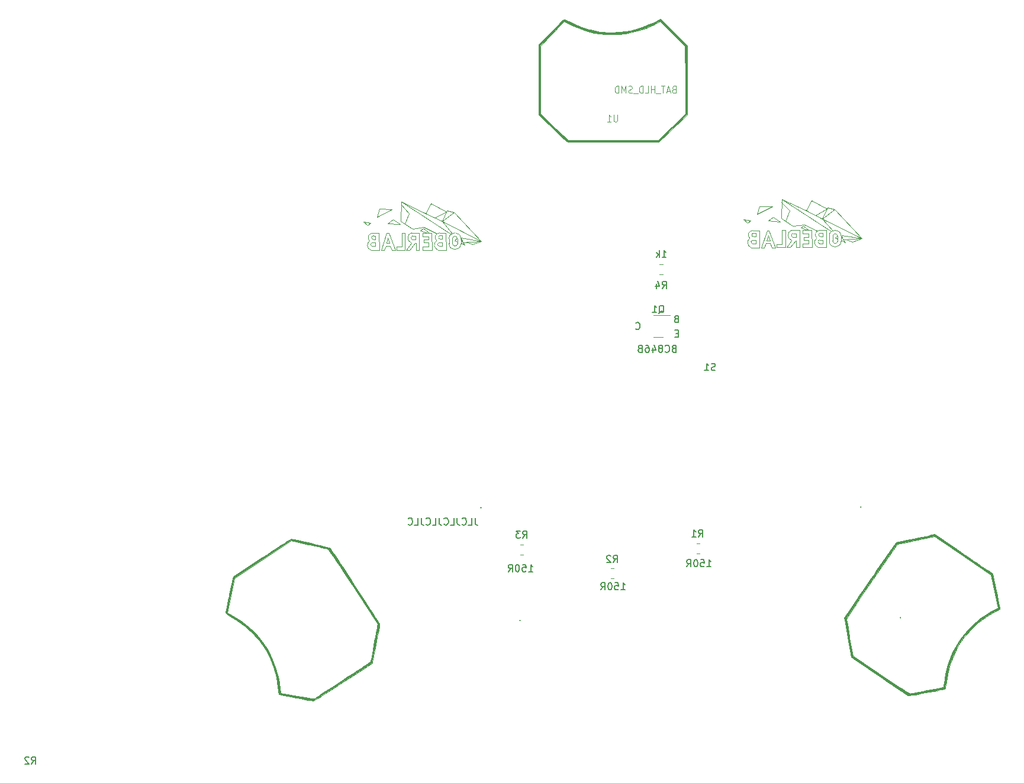
<source format=gbr>
%TF.GenerationSoftware,KiCad,Pcbnew,7.0.8*%
%TF.CreationDate,2024-08-08T21:58:03+02:00*%
%TF.ProjectId,Fidget_Spinner,46696467-6574-45f5-9370-696e6e65722e,rev?*%
%TF.SameCoordinates,Original*%
%TF.FileFunction,Legend,Bot*%
%TF.FilePolarity,Positive*%
%FSLAX46Y46*%
G04 Gerber Fmt 4.6, Leading zero omitted, Abs format (unit mm)*
G04 Created by KiCad (PCBNEW 7.0.8) date 2024-08-08 21:58:03*
%MOMM*%
%LPD*%
G01*
G04 APERTURE LIST*
%ADD10C,0.150000*%
%ADD11C,0.050000*%
%ADD12C,0.010000*%
%ADD13C,0.120000*%
G04 APERTURE END LIST*
D10*
X44857506Y-113979819D02*
X44857506Y-114694104D01*
X44857506Y-114694104D02*
X44905125Y-114836961D01*
X44905125Y-114836961D02*
X45000363Y-114932200D01*
X45000363Y-114932200D02*
X45143220Y-114979819D01*
X45143220Y-114979819D02*
X45238458Y-114979819D01*
X43905125Y-114979819D02*
X44381315Y-114979819D01*
X44381315Y-114979819D02*
X44381315Y-113979819D01*
X43000363Y-114884580D02*
X43047982Y-114932200D01*
X43047982Y-114932200D02*
X43190839Y-114979819D01*
X43190839Y-114979819D02*
X43286077Y-114979819D01*
X43286077Y-114979819D02*
X43428934Y-114932200D01*
X43428934Y-114932200D02*
X43524172Y-114836961D01*
X43524172Y-114836961D02*
X43571791Y-114741723D01*
X43571791Y-114741723D02*
X43619410Y-114551247D01*
X43619410Y-114551247D02*
X43619410Y-114408390D01*
X43619410Y-114408390D02*
X43571791Y-114217914D01*
X43571791Y-114217914D02*
X43524172Y-114122676D01*
X43524172Y-114122676D02*
X43428934Y-114027438D01*
X43428934Y-114027438D02*
X43286077Y-113979819D01*
X43286077Y-113979819D02*
X43190839Y-113979819D01*
X43190839Y-113979819D02*
X43047982Y-114027438D01*
X43047982Y-114027438D02*
X43000363Y-114075057D01*
X42286077Y-113979819D02*
X42286077Y-114694104D01*
X42286077Y-114694104D02*
X42333696Y-114836961D01*
X42333696Y-114836961D02*
X42428934Y-114932200D01*
X42428934Y-114932200D02*
X42571791Y-114979819D01*
X42571791Y-114979819D02*
X42667029Y-114979819D01*
X41333696Y-114979819D02*
X41809886Y-114979819D01*
X41809886Y-114979819D02*
X41809886Y-113979819D01*
X40428934Y-114884580D02*
X40476553Y-114932200D01*
X40476553Y-114932200D02*
X40619410Y-114979819D01*
X40619410Y-114979819D02*
X40714648Y-114979819D01*
X40714648Y-114979819D02*
X40857505Y-114932200D01*
X40857505Y-114932200D02*
X40952743Y-114836961D01*
X40952743Y-114836961D02*
X41000362Y-114741723D01*
X41000362Y-114741723D02*
X41047981Y-114551247D01*
X41047981Y-114551247D02*
X41047981Y-114408390D01*
X41047981Y-114408390D02*
X41000362Y-114217914D01*
X41000362Y-114217914D02*
X40952743Y-114122676D01*
X40952743Y-114122676D02*
X40857505Y-114027438D01*
X40857505Y-114027438D02*
X40714648Y-113979819D01*
X40714648Y-113979819D02*
X40619410Y-113979819D01*
X40619410Y-113979819D02*
X40476553Y-114027438D01*
X40476553Y-114027438D02*
X40428934Y-114075057D01*
X39714648Y-113979819D02*
X39714648Y-114694104D01*
X39714648Y-114694104D02*
X39762267Y-114836961D01*
X39762267Y-114836961D02*
X39857505Y-114932200D01*
X39857505Y-114932200D02*
X40000362Y-114979819D01*
X40000362Y-114979819D02*
X40095600Y-114979819D01*
X38762267Y-114979819D02*
X39238457Y-114979819D01*
X39238457Y-114979819D02*
X39238457Y-113979819D01*
X37857505Y-114884580D02*
X37905124Y-114932200D01*
X37905124Y-114932200D02*
X38047981Y-114979819D01*
X38047981Y-114979819D02*
X38143219Y-114979819D01*
X38143219Y-114979819D02*
X38286076Y-114932200D01*
X38286076Y-114932200D02*
X38381314Y-114836961D01*
X38381314Y-114836961D02*
X38428933Y-114741723D01*
X38428933Y-114741723D02*
X38476552Y-114551247D01*
X38476552Y-114551247D02*
X38476552Y-114408390D01*
X38476552Y-114408390D02*
X38428933Y-114217914D01*
X38428933Y-114217914D02*
X38381314Y-114122676D01*
X38381314Y-114122676D02*
X38286076Y-114027438D01*
X38286076Y-114027438D02*
X38143219Y-113979819D01*
X38143219Y-113979819D02*
X38047981Y-113979819D01*
X38047981Y-113979819D02*
X37905124Y-114027438D01*
X37905124Y-114027438D02*
X37857505Y-114075057D01*
X37143219Y-113979819D02*
X37143219Y-114694104D01*
X37143219Y-114694104D02*
X37190838Y-114836961D01*
X37190838Y-114836961D02*
X37286076Y-114932200D01*
X37286076Y-114932200D02*
X37428933Y-114979819D01*
X37428933Y-114979819D02*
X37524171Y-114979819D01*
X36190838Y-114979819D02*
X36667028Y-114979819D01*
X36667028Y-114979819D02*
X36667028Y-113979819D01*
X35286076Y-114884580D02*
X35333695Y-114932200D01*
X35333695Y-114932200D02*
X35476552Y-114979819D01*
X35476552Y-114979819D02*
X35571790Y-114979819D01*
X35571790Y-114979819D02*
X35714647Y-114932200D01*
X35714647Y-114932200D02*
X35809885Y-114836961D01*
X35809885Y-114836961D02*
X35857504Y-114741723D01*
X35857504Y-114741723D02*
X35905123Y-114551247D01*
X35905123Y-114551247D02*
X35905123Y-114408390D01*
X35905123Y-114408390D02*
X35857504Y-114217914D01*
X35857504Y-114217914D02*
X35809885Y-114122676D01*
X35809885Y-114122676D02*
X35714647Y-114027438D01*
X35714647Y-114027438D02*
X35571790Y-113979819D01*
X35571790Y-113979819D02*
X35476552Y-113979819D01*
X35476552Y-113979819D02*
X35333695Y-114027438D01*
X35333695Y-114027438D02*
X35286076Y-114075057D01*
X73628571Y-85481009D02*
X73485714Y-85528628D01*
X73485714Y-85528628D02*
X73438095Y-85576247D01*
X73438095Y-85576247D02*
X73390476Y-85671485D01*
X73390476Y-85671485D02*
X73390476Y-85814342D01*
X73390476Y-85814342D02*
X73438095Y-85909580D01*
X73438095Y-85909580D02*
X73485714Y-85957200D01*
X73485714Y-85957200D02*
X73580952Y-86004819D01*
X73580952Y-86004819D02*
X73961904Y-86004819D01*
X73961904Y-86004819D02*
X73961904Y-85004819D01*
X73961904Y-85004819D02*
X73628571Y-85004819D01*
X73628571Y-85004819D02*
X73533333Y-85052438D01*
X73533333Y-85052438D02*
X73485714Y-85100057D01*
X73485714Y-85100057D02*
X73438095Y-85195295D01*
X73438095Y-85195295D02*
X73438095Y-85290533D01*
X73438095Y-85290533D02*
X73485714Y-85385771D01*
X73485714Y-85385771D02*
X73533333Y-85433390D01*
X73533333Y-85433390D02*
X73628571Y-85481009D01*
X73628571Y-85481009D02*
X73961904Y-85481009D01*
X65756666Y-124264819D02*
X66328094Y-124264819D01*
X66042380Y-124264819D02*
X66042380Y-123264819D01*
X66042380Y-123264819D02*
X66137618Y-123407676D01*
X66137618Y-123407676D02*
X66232856Y-123502914D01*
X66232856Y-123502914D02*
X66328094Y-123550533D01*
X64851904Y-123264819D02*
X65328094Y-123264819D01*
X65328094Y-123264819D02*
X65375713Y-123741009D01*
X65375713Y-123741009D02*
X65328094Y-123693390D01*
X65328094Y-123693390D02*
X65232856Y-123645771D01*
X65232856Y-123645771D02*
X64994761Y-123645771D01*
X64994761Y-123645771D02*
X64899523Y-123693390D01*
X64899523Y-123693390D02*
X64851904Y-123741009D01*
X64851904Y-123741009D02*
X64804285Y-123836247D01*
X64804285Y-123836247D02*
X64804285Y-124074342D01*
X64804285Y-124074342D02*
X64851904Y-124169580D01*
X64851904Y-124169580D02*
X64899523Y-124217200D01*
X64899523Y-124217200D02*
X64994761Y-124264819D01*
X64994761Y-124264819D02*
X65232856Y-124264819D01*
X65232856Y-124264819D02*
X65328094Y-124217200D01*
X65328094Y-124217200D02*
X65375713Y-124169580D01*
X64185237Y-123264819D02*
X64089999Y-123264819D01*
X64089999Y-123264819D02*
X63994761Y-123312438D01*
X63994761Y-123312438D02*
X63947142Y-123360057D01*
X63947142Y-123360057D02*
X63899523Y-123455295D01*
X63899523Y-123455295D02*
X63851904Y-123645771D01*
X63851904Y-123645771D02*
X63851904Y-123883866D01*
X63851904Y-123883866D02*
X63899523Y-124074342D01*
X63899523Y-124074342D02*
X63947142Y-124169580D01*
X63947142Y-124169580D02*
X63994761Y-124217200D01*
X63994761Y-124217200D02*
X64089999Y-124264819D01*
X64089999Y-124264819D02*
X64185237Y-124264819D01*
X64185237Y-124264819D02*
X64280475Y-124217200D01*
X64280475Y-124217200D02*
X64328094Y-124169580D01*
X64328094Y-124169580D02*
X64375713Y-124074342D01*
X64375713Y-124074342D02*
X64423332Y-123883866D01*
X64423332Y-123883866D02*
X64423332Y-123645771D01*
X64423332Y-123645771D02*
X64375713Y-123455295D01*
X64375713Y-123455295D02*
X64328094Y-123360057D01*
X64328094Y-123360057D02*
X64280475Y-123312438D01*
X64280475Y-123312438D02*
X64185237Y-123264819D01*
X62851904Y-124264819D02*
X63185237Y-123788628D01*
X63423332Y-124264819D02*
X63423332Y-123264819D01*
X63423332Y-123264819D02*
X63042380Y-123264819D01*
X63042380Y-123264819D02*
X62947142Y-123312438D01*
X62947142Y-123312438D02*
X62899523Y-123360057D01*
X62899523Y-123360057D02*
X62851904Y-123455295D01*
X62851904Y-123455295D02*
X62851904Y-123598152D01*
X62851904Y-123598152D02*
X62899523Y-123693390D01*
X62899523Y-123693390D02*
X62947142Y-123741009D01*
X62947142Y-123741009D02*
X63042380Y-123788628D01*
X63042380Y-123788628D02*
X63423332Y-123788628D01*
X71609047Y-76664819D02*
X72180475Y-76664819D01*
X71894761Y-76664819D02*
X71894761Y-75664819D01*
X71894761Y-75664819D02*
X71989999Y-75807676D01*
X71989999Y-75807676D02*
X72085237Y-75902914D01*
X72085237Y-75902914D02*
X72180475Y-75950533D01*
X71180475Y-76664819D02*
X71180475Y-75664819D01*
X71085237Y-76283866D02*
X70799523Y-76664819D01*
X70799523Y-75998152D02*
X71180475Y-76379104D01*
X67850476Y-86909580D02*
X67898095Y-86957200D01*
X67898095Y-86957200D02*
X68040952Y-87004819D01*
X68040952Y-87004819D02*
X68136190Y-87004819D01*
X68136190Y-87004819D02*
X68279047Y-86957200D01*
X68279047Y-86957200D02*
X68374285Y-86861961D01*
X68374285Y-86861961D02*
X68421904Y-86766723D01*
X68421904Y-86766723D02*
X68469523Y-86576247D01*
X68469523Y-86576247D02*
X68469523Y-86433390D01*
X68469523Y-86433390D02*
X68421904Y-86242914D01*
X68421904Y-86242914D02*
X68374285Y-86147676D01*
X68374285Y-86147676D02*
X68279047Y-86052438D01*
X68279047Y-86052438D02*
X68136190Y-86004819D01*
X68136190Y-86004819D02*
X68040952Y-86004819D01*
X68040952Y-86004819D02*
X67898095Y-86052438D01*
X67898095Y-86052438D02*
X67850476Y-86100057D01*
X64626666Y-120354819D02*
X64959999Y-119878628D01*
X65198094Y-120354819D02*
X65198094Y-119354819D01*
X65198094Y-119354819D02*
X64817142Y-119354819D01*
X64817142Y-119354819D02*
X64721904Y-119402438D01*
X64721904Y-119402438D02*
X64674285Y-119450057D01*
X64674285Y-119450057D02*
X64626666Y-119545295D01*
X64626666Y-119545295D02*
X64626666Y-119688152D01*
X64626666Y-119688152D02*
X64674285Y-119783390D01*
X64674285Y-119783390D02*
X64721904Y-119831009D01*
X64721904Y-119831009D02*
X64817142Y-119878628D01*
X64817142Y-119878628D02*
X65198094Y-119878628D01*
X64245713Y-119450057D02*
X64198094Y-119402438D01*
X64198094Y-119402438D02*
X64102856Y-119354819D01*
X64102856Y-119354819D02*
X63864761Y-119354819D01*
X63864761Y-119354819D02*
X63769523Y-119402438D01*
X63769523Y-119402438D02*
X63721904Y-119450057D01*
X63721904Y-119450057D02*
X63674285Y-119545295D01*
X63674285Y-119545295D02*
X63674285Y-119640533D01*
X63674285Y-119640533D02*
X63721904Y-119783390D01*
X63721904Y-119783390D02*
X64293332Y-120354819D01*
X64293332Y-120354819D02*
X63674285Y-120354819D01*
X73904285Y-87571009D02*
X73570952Y-87571009D01*
X73428095Y-88094819D02*
X73904285Y-88094819D01*
X73904285Y-88094819D02*
X73904285Y-87094819D01*
X73904285Y-87094819D02*
X73428095Y-87094819D01*
X78036666Y-120964819D02*
X78608094Y-120964819D01*
X78322380Y-120964819D02*
X78322380Y-119964819D01*
X78322380Y-119964819D02*
X78417618Y-120107676D01*
X78417618Y-120107676D02*
X78512856Y-120202914D01*
X78512856Y-120202914D02*
X78608094Y-120250533D01*
X77131904Y-119964819D02*
X77608094Y-119964819D01*
X77608094Y-119964819D02*
X77655713Y-120441009D01*
X77655713Y-120441009D02*
X77608094Y-120393390D01*
X77608094Y-120393390D02*
X77512856Y-120345771D01*
X77512856Y-120345771D02*
X77274761Y-120345771D01*
X77274761Y-120345771D02*
X77179523Y-120393390D01*
X77179523Y-120393390D02*
X77131904Y-120441009D01*
X77131904Y-120441009D02*
X77084285Y-120536247D01*
X77084285Y-120536247D02*
X77084285Y-120774342D01*
X77084285Y-120774342D02*
X77131904Y-120869580D01*
X77131904Y-120869580D02*
X77179523Y-120917200D01*
X77179523Y-120917200D02*
X77274761Y-120964819D01*
X77274761Y-120964819D02*
X77512856Y-120964819D01*
X77512856Y-120964819D02*
X77608094Y-120917200D01*
X77608094Y-120917200D02*
X77655713Y-120869580D01*
X76465237Y-119964819D02*
X76369999Y-119964819D01*
X76369999Y-119964819D02*
X76274761Y-120012438D01*
X76274761Y-120012438D02*
X76227142Y-120060057D01*
X76227142Y-120060057D02*
X76179523Y-120155295D01*
X76179523Y-120155295D02*
X76131904Y-120345771D01*
X76131904Y-120345771D02*
X76131904Y-120583866D01*
X76131904Y-120583866D02*
X76179523Y-120774342D01*
X76179523Y-120774342D02*
X76227142Y-120869580D01*
X76227142Y-120869580D02*
X76274761Y-120917200D01*
X76274761Y-120917200D02*
X76369999Y-120964819D01*
X76369999Y-120964819D02*
X76465237Y-120964819D01*
X76465237Y-120964819D02*
X76560475Y-120917200D01*
X76560475Y-120917200D02*
X76608094Y-120869580D01*
X76608094Y-120869580D02*
X76655713Y-120774342D01*
X76655713Y-120774342D02*
X76703332Y-120583866D01*
X76703332Y-120583866D02*
X76703332Y-120345771D01*
X76703332Y-120345771D02*
X76655713Y-120155295D01*
X76655713Y-120155295D02*
X76608094Y-120060057D01*
X76608094Y-120060057D02*
X76560475Y-120012438D01*
X76560475Y-120012438D02*
X76465237Y-119964819D01*
X75131904Y-120964819D02*
X75465237Y-120488628D01*
X75703332Y-120964819D02*
X75703332Y-119964819D01*
X75703332Y-119964819D02*
X75322380Y-119964819D01*
X75322380Y-119964819D02*
X75227142Y-120012438D01*
X75227142Y-120012438D02*
X75179523Y-120060057D01*
X75179523Y-120060057D02*
X75131904Y-120155295D01*
X75131904Y-120155295D02*
X75131904Y-120298152D01*
X75131904Y-120298152D02*
X75179523Y-120393390D01*
X75179523Y-120393390D02*
X75227142Y-120441009D01*
X75227142Y-120441009D02*
X75322380Y-120488628D01*
X75322380Y-120488628D02*
X75703332Y-120488628D01*
X52526666Y-121664819D02*
X53098094Y-121664819D01*
X52812380Y-121664819D02*
X52812380Y-120664819D01*
X52812380Y-120664819D02*
X52907618Y-120807676D01*
X52907618Y-120807676D02*
X53002856Y-120902914D01*
X53002856Y-120902914D02*
X53098094Y-120950533D01*
X51621904Y-120664819D02*
X52098094Y-120664819D01*
X52098094Y-120664819D02*
X52145713Y-121141009D01*
X52145713Y-121141009D02*
X52098094Y-121093390D01*
X52098094Y-121093390D02*
X52002856Y-121045771D01*
X52002856Y-121045771D02*
X51764761Y-121045771D01*
X51764761Y-121045771D02*
X51669523Y-121093390D01*
X51669523Y-121093390D02*
X51621904Y-121141009D01*
X51621904Y-121141009D02*
X51574285Y-121236247D01*
X51574285Y-121236247D02*
X51574285Y-121474342D01*
X51574285Y-121474342D02*
X51621904Y-121569580D01*
X51621904Y-121569580D02*
X51669523Y-121617200D01*
X51669523Y-121617200D02*
X51764761Y-121664819D01*
X51764761Y-121664819D02*
X52002856Y-121664819D01*
X52002856Y-121664819D02*
X52098094Y-121617200D01*
X52098094Y-121617200D02*
X52145713Y-121569580D01*
X50955237Y-120664819D02*
X50859999Y-120664819D01*
X50859999Y-120664819D02*
X50764761Y-120712438D01*
X50764761Y-120712438D02*
X50717142Y-120760057D01*
X50717142Y-120760057D02*
X50669523Y-120855295D01*
X50669523Y-120855295D02*
X50621904Y-121045771D01*
X50621904Y-121045771D02*
X50621904Y-121283866D01*
X50621904Y-121283866D02*
X50669523Y-121474342D01*
X50669523Y-121474342D02*
X50717142Y-121569580D01*
X50717142Y-121569580D02*
X50764761Y-121617200D01*
X50764761Y-121617200D02*
X50859999Y-121664819D01*
X50859999Y-121664819D02*
X50955237Y-121664819D01*
X50955237Y-121664819D02*
X51050475Y-121617200D01*
X51050475Y-121617200D02*
X51098094Y-121569580D01*
X51098094Y-121569580D02*
X51145713Y-121474342D01*
X51145713Y-121474342D02*
X51193332Y-121283866D01*
X51193332Y-121283866D02*
X51193332Y-121045771D01*
X51193332Y-121045771D02*
X51145713Y-120855295D01*
X51145713Y-120855295D02*
X51098094Y-120760057D01*
X51098094Y-120760057D02*
X51050475Y-120712438D01*
X51050475Y-120712438D02*
X50955237Y-120664819D01*
X49621904Y-121664819D02*
X49955237Y-121188628D01*
X50193332Y-121664819D02*
X50193332Y-120664819D01*
X50193332Y-120664819D02*
X49812380Y-120664819D01*
X49812380Y-120664819D02*
X49717142Y-120712438D01*
X49717142Y-120712438D02*
X49669523Y-120760057D01*
X49669523Y-120760057D02*
X49621904Y-120855295D01*
X49621904Y-120855295D02*
X49621904Y-120998152D01*
X49621904Y-120998152D02*
X49669523Y-121093390D01*
X49669523Y-121093390D02*
X49717142Y-121141009D01*
X49717142Y-121141009D02*
X49812380Y-121188628D01*
X49812380Y-121188628D02*
X50193332Y-121188628D01*
X73297142Y-89731009D02*
X73154285Y-89778628D01*
X73154285Y-89778628D02*
X73106666Y-89826247D01*
X73106666Y-89826247D02*
X73059047Y-89921485D01*
X73059047Y-89921485D02*
X73059047Y-90064342D01*
X73059047Y-90064342D02*
X73106666Y-90159580D01*
X73106666Y-90159580D02*
X73154285Y-90207200D01*
X73154285Y-90207200D02*
X73249523Y-90254819D01*
X73249523Y-90254819D02*
X73630475Y-90254819D01*
X73630475Y-90254819D02*
X73630475Y-89254819D01*
X73630475Y-89254819D02*
X73297142Y-89254819D01*
X73297142Y-89254819D02*
X73201904Y-89302438D01*
X73201904Y-89302438D02*
X73154285Y-89350057D01*
X73154285Y-89350057D02*
X73106666Y-89445295D01*
X73106666Y-89445295D02*
X73106666Y-89540533D01*
X73106666Y-89540533D02*
X73154285Y-89635771D01*
X73154285Y-89635771D02*
X73201904Y-89683390D01*
X73201904Y-89683390D02*
X73297142Y-89731009D01*
X73297142Y-89731009D02*
X73630475Y-89731009D01*
X72059047Y-90159580D02*
X72106666Y-90207200D01*
X72106666Y-90207200D02*
X72249523Y-90254819D01*
X72249523Y-90254819D02*
X72344761Y-90254819D01*
X72344761Y-90254819D02*
X72487618Y-90207200D01*
X72487618Y-90207200D02*
X72582856Y-90111961D01*
X72582856Y-90111961D02*
X72630475Y-90016723D01*
X72630475Y-90016723D02*
X72678094Y-89826247D01*
X72678094Y-89826247D02*
X72678094Y-89683390D01*
X72678094Y-89683390D02*
X72630475Y-89492914D01*
X72630475Y-89492914D02*
X72582856Y-89397676D01*
X72582856Y-89397676D02*
X72487618Y-89302438D01*
X72487618Y-89302438D02*
X72344761Y-89254819D01*
X72344761Y-89254819D02*
X72249523Y-89254819D01*
X72249523Y-89254819D02*
X72106666Y-89302438D01*
X72106666Y-89302438D02*
X72059047Y-89350057D01*
X71487618Y-89683390D02*
X71582856Y-89635771D01*
X71582856Y-89635771D02*
X71630475Y-89588152D01*
X71630475Y-89588152D02*
X71678094Y-89492914D01*
X71678094Y-89492914D02*
X71678094Y-89445295D01*
X71678094Y-89445295D02*
X71630475Y-89350057D01*
X71630475Y-89350057D02*
X71582856Y-89302438D01*
X71582856Y-89302438D02*
X71487618Y-89254819D01*
X71487618Y-89254819D02*
X71297142Y-89254819D01*
X71297142Y-89254819D02*
X71201904Y-89302438D01*
X71201904Y-89302438D02*
X71154285Y-89350057D01*
X71154285Y-89350057D02*
X71106666Y-89445295D01*
X71106666Y-89445295D02*
X71106666Y-89492914D01*
X71106666Y-89492914D02*
X71154285Y-89588152D01*
X71154285Y-89588152D02*
X71201904Y-89635771D01*
X71201904Y-89635771D02*
X71297142Y-89683390D01*
X71297142Y-89683390D02*
X71487618Y-89683390D01*
X71487618Y-89683390D02*
X71582856Y-89731009D01*
X71582856Y-89731009D02*
X71630475Y-89778628D01*
X71630475Y-89778628D02*
X71678094Y-89873866D01*
X71678094Y-89873866D02*
X71678094Y-90064342D01*
X71678094Y-90064342D02*
X71630475Y-90159580D01*
X71630475Y-90159580D02*
X71582856Y-90207200D01*
X71582856Y-90207200D02*
X71487618Y-90254819D01*
X71487618Y-90254819D02*
X71297142Y-90254819D01*
X71297142Y-90254819D02*
X71201904Y-90207200D01*
X71201904Y-90207200D02*
X71154285Y-90159580D01*
X71154285Y-90159580D02*
X71106666Y-90064342D01*
X71106666Y-90064342D02*
X71106666Y-89873866D01*
X71106666Y-89873866D02*
X71154285Y-89778628D01*
X71154285Y-89778628D02*
X71201904Y-89731009D01*
X71201904Y-89731009D02*
X71297142Y-89683390D01*
X70249523Y-89588152D02*
X70249523Y-90254819D01*
X70487618Y-89207200D02*
X70725713Y-89921485D01*
X70725713Y-89921485D02*
X70106666Y-89921485D01*
X69297142Y-89254819D02*
X69487618Y-89254819D01*
X69487618Y-89254819D02*
X69582856Y-89302438D01*
X69582856Y-89302438D02*
X69630475Y-89350057D01*
X69630475Y-89350057D02*
X69725713Y-89492914D01*
X69725713Y-89492914D02*
X69773332Y-89683390D01*
X69773332Y-89683390D02*
X69773332Y-90064342D01*
X69773332Y-90064342D02*
X69725713Y-90159580D01*
X69725713Y-90159580D02*
X69678094Y-90207200D01*
X69678094Y-90207200D02*
X69582856Y-90254819D01*
X69582856Y-90254819D02*
X69392380Y-90254819D01*
X69392380Y-90254819D02*
X69297142Y-90207200D01*
X69297142Y-90207200D02*
X69249523Y-90159580D01*
X69249523Y-90159580D02*
X69201904Y-90064342D01*
X69201904Y-90064342D02*
X69201904Y-89826247D01*
X69201904Y-89826247D02*
X69249523Y-89731009D01*
X69249523Y-89731009D02*
X69297142Y-89683390D01*
X69297142Y-89683390D02*
X69392380Y-89635771D01*
X69392380Y-89635771D02*
X69582856Y-89635771D01*
X69582856Y-89635771D02*
X69678094Y-89683390D01*
X69678094Y-89683390D02*
X69725713Y-89731009D01*
X69725713Y-89731009D02*
X69773332Y-89826247D01*
X68439999Y-89731009D02*
X68297142Y-89778628D01*
X68297142Y-89778628D02*
X68249523Y-89826247D01*
X68249523Y-89826247D02*
X68201904Y-89921485D01*
X68201904Y-89921485D02*
X68201904Y-90064342D01*
X68201904Y-90064342D02*
X68249523Y-90159580D01*
X68249523Y-90159580D02*
X68297142Y-90207200D01*
X68297142Y-90207200D02*
X68392380Y-90254819D01*
X68392380Y-90254819D02*
X68773332Y-90254819D01*
X68773332Y-90254819D02*
X68773332Y-89254819D01*
X68773332Y-89254819D02*
X68439999Y-89254819D01*
X68439999Y-89254819D02*
X68344761Y-89302438D01*
X68344761Y-89302438D02*
X68297142Y-89350057D01*
X68297142Y-89350057D02*
X68249523Y-89445295D01*
X68249523Y-89445295D02*
X68249523Y-89540533D01*
X68249523Y-89540533D02*
X68297142Y-89635771D01*
X68297142Y-89635771D02*
X68344761Y-89683390D01*
X68344761Y-89683390D02*
X68439999Y-89731009D01*
X68439999Y-89731009D02*
X68773332Y-89731009D01*
D11*
X65175714Y-56260019D02*
X65175714Y-57069542D01*
X65175714Y-57069542D02*
X65132857Y-57164780D01*
X65132857Y-57164780D02*
X65090000Y-57212400D01*
X65090000Y-57212400D02*
X65004285Y-57260019D01*
X65004285Y-57260019D02*
X64832857Y-57260019D01*
X64832857Y-57260019D02*
X64747142Y-57212400D01*
X64747142Y-57212400D02*
X64704285Y-57164780D01*
X64704285Y-57164780D02*
X64661428Y-57069542D01*
X64661428Y-57069542D02*
X64661428Y-56260019D01*
X63761428Y-57260019D02*
X64275714Y-57260019D01*
X64018571Y-57260019D02*
X64018571Y-56260019D01*
X64018571Y-56260019D02*
X64104285Y-56402876D01*
X64104285Y-56402876D02*
X64190000Y-56498114D01*
X64190000Y-56498114D02*
X64275714Y-56545733D01*
X73268570Y-52616209D02*
X73139998Y-52663828D01*
X73139998Y-52663828D02*
X73097141Y-52711447D01*
X73097141Y-52711447D02*
X73054284Y-52806685D01*
X73054284Y-52806685D02*
X73054284Y-52949542D01*
X73054284Y-52949542D02*
X73097141Y-53044780D01*
X73097141Y-53044780D02*
X73139998Y-53092400D01*
X73139998Y-53092400D02*
X73225713Y-53140019D01*
X73225713Y-53140019D02*
X73568570Y-53140019D01*
X73568570Y-53140019D02*
X73568570Y-52140019D01*
X73568570Y-52140019D02*
X73268570Y-52140019D01*
X73268570Y-52140019D02*
X73182856Y-52187638D01*
X73182856Y-52187638D02*
X73139998Y-52235257D01*
X73139998Y-52235257D02*
X73097141Y-52330495D01*
X73097141Y-52330495D02*
X73097141Y-52425733D01*
X73097141Y-52425733D02*
X73139998Y-52520971D01*
X73139998Y-52520971D02*
X73182856Y-52568590D01*
X73182856Y-52568590D02*
X73268570Y-52616209D01*
X73268570Y-52616209D02*
X73568570Y-52616209D01*
X72711427Y-52854304D02*
X72282856Y-52854304D01*
X72797141Y-53140019D02*
X72497141Y-52140019D01*
X72497141Y-52140019D02*
X72197141Y-53140019D01*
X72025712Y-52140019D02*
X71511427Y-52140019D01*
X71768569Y-53140019D02*
X71768569Y-52140019D01*
X71425713Y-53235257D02*
X70739998Y-53235257D01*
X70525713Y-53140019D02*
X70525713Y-52140019D01*
X70525713Y-52616209D02*
X70011427Y-52616209D01*
X70011427Y-53140019D02*
X70011427Y-52140019D01*
X69154284Y-53140019D02*
X69582856Y-53140019D01*
X69582856Y-53140019D02*
X69582856Y-52140019D01*
X68854285Y-53140019D02*
X68854285Y-52140019D01*
X68854285Y-52140019D02*
X68639999Y-52140019D01*
X68639999Y-52140019D02*
X68511428Y-52187638D01*
X68511428Y-52187638D02*
X68425713Y-52282876D01*
X68425713Y-52282876D02*
X68382856Y-52378114D01*
X68382856Y-52378114D02*
X68339999Y-52568590D01*
X68339999Y-52568590D02*
X68339999Y-52711447D01*
X68339999Y-52711447D02*
X68382856Y-52901923D01*
X68382856Y-52901923D02*
X68425713Y-52997161D01*
X68425713Y-52997161D02*
X68511428Y-53092400D01*
X68511428Y-53092400D02*
X68639999Y-53140019D01*
X68639999Y-53140019D02*
X68854285Y-53140019D01*
X68168571Y-53235257D02*
X67482856Y-53235257D01*
X67311428Y-53092400D02*
X67182857Y-53140019D01*
X67182857Y-53140019D02*
X66968571Y-53140019D01*
X66968571Y-53140019D02*
X66882857Y-53092400D01*
X66882857Y-53092400D02*
X66839999Y-53044780D01*
X66839999Y-53044780D02*
X66797142Y-52949542D01*
X66797142Y-52949542D02*
X66797142Y-52854304D01*
X66797142Y-52854304D02*
X66839999Y-52759066D01*
X66839999Y-52759066D02*
X66882857Y-52711447D01*
X66882857Y-52711447D02*
X66968571Y-52663828D01*
X66968571Y-52663828D02*
X67139999Y-52616209D01*
X67139999Y-52616209D02*
X67225714Y-52568590D01*
X67225714Y-52568590D02*
X67268571Y-52520971D01*
X67268571Y-52520971D02*
X67311428Y-52425733D01*
X67311428Y-52425733D02*
X67311428Y-52330495D01*
X67311428Y-52330495D02*
X67268571Y-52235257D01*
X67268571Y-52235257D02*
X67225714Y-52187638D01*
X67225714Y-52187638D02*
X67139999Y-52140019D01*
X67139999Y-52140019D02*
X66925714Y-52140019D01*
X66925714Y-52140019D02*
X66797142Y-52187638D01*
X66411428Y-53140019D02*
X66411428Y-52140019D01*
X66411428Y-52140019D02*
X66111428Y-52854304D01*
X66111428Y-52854304D02*
X65811428Y-52140019D01*
X65811428Y-52140019D02*
X65811428Y-53140019D01*
X65382857Y-53140019D02*
X65382857Y-52140019D01*
X65382857Y-52140019D02*
X65168571Y-52140019D01*
X65168571Y-52140019D02*
X65040000Y-52187638D01*
X65040000Y-52187638D02*
X64954285Y-52282876D01*
X64954285Y-52282876D02*
X64911428Y-52378114D01*
X64911428Y-52378114D02*
X64868571Y-52568590D01*
X64868571Y-52568590D02*
X64868571Y-52711447D01*
X64868571Y-52711447D02*
X64911428Y-52901923D01*
X64911428Y-52901923D02*
X64954285Y-52997161D01*
X64954285Y-52997161D02*
X65040000Y-53092400D01*
X65040000Y-53092400D02*
X65168571Y-53140019D01*
X65168571Y-53140019D02*
X65382857Y-53140019D01*
D10*
X-18580833Y-149184819D02*
X-18247500Y-148708628D01*
X-18009405Y-149184819D02*
X-18009405Y-148184819D01*
X-18009405Y-148184819D02*
X-18390357Y-148184819D01*
X-18390357Y-148184819D02*
X-18485595Y-148232438D01*
X-18485595Y-148232438D02*
X-18533214Y-148280057D01*
X-18533214Y-148280057D02*
X-18580833Y-148375295D01*
X-18580833Y-148375295D02*
X-18580833Y-148518152D01*
X-18580833Y-148518152D02*
X-18533214Y-148613390D01*
X-18533214Y-148613390D02*
X-18485595Y-148661009D01*
X-18485595Y-148661009D02*
X-18390357Y-148708628D01*
X-18390357Y-148708628D02*
X-18009405Y-148708628D01*
X-18961786Y-148280057D02*
X-19009405Y-148232438D01*
X-19009405Y-148232438D02*
X-19104643Y-148184819D01*
X-19104643Y-148184819D02*
X-19342738Y-148184819D01*
X-19342738Y-148184819D02*
X-19437976Y-148232438D01*
X-19437976Y-148232438D02*
X-19485595Y-148280057D01*
X-19485595Y-148280057D02*
X-19533214Y-148375295D01*
X-19533214Y-148375295D02*
X-19533214Y-148470533D01*
X-19533214Y-148470533D02*
X-19485595Y-148613390D01*
X-19485595Y-148613390D02*
X-18914167Y-149184819D01*
X-18914167Y-149184819D02*
X-19533214Y-149184819D01*
X76836666Y-116684819D02*
X77169999Y-116208628D01*
X77408094Y-116684819D02*
X77408094Y-115684819D01*
X77408094Y-115684819D02*
X77027142Y-115684819D01*
X77027142Y-115684819D02*
X76931904Y-115732438D01*
X76931904Y-115732438D02*
X76884285Y-115780057D01*
X76884285Y-115780057D02*
X76836666Y-115875295D01*
X76836666Y-115875295D02*
X76836666Y-116018152D01*
X76836666Y-116018152D02*
X76884285Y-116113390D01*
X76884285Y-116113390D02*
X76931904Y-116161009D01*
X76931904Y-116161009D02*
X77027142Y-116208628D01*
X77027142Y-116208628D02*
X77408094Y-116208628D01*
X75884285Y-116684819D02*
X76455713Y-116684819D01*
X76169999Y-116684819D02*
X76169999Y-115684819D01*
X76169999Y-115684819D02*
X76265237Y-115827676D01*
X76265237Y-115827676D02*
X76360475Y-115922914D01*
X76360475Y-115922914D02*
X76455713Y-115970533D01*
X79211904Y-92817200D02*
X79069047Y-92864819D01*
X79069047Y-92864819D02*
X78830952Y-92864819D01*
X78830952Y-92864819D02*
X78735714Y-92817200D01*
X78735714Y-92817200D02*
X78688095Y-92769580D01*
X78688095Y-92769580D02*
X78640476Y-92674342D01*
X78640476Y-92674342D02*
X78640476Y-92579104D01*
X78640476Y-92579104D02*
X78688095Y-92483866D01*
X78688095Y-92483866D02*
X78735714Y-92436247D01*
X78735714Y-92436247D02*
X78830952Y-92388628D01*
X78830952Y-92388628D02*
X79021428Y-92341009D01*
X79021428Y-92341009D02*
X79116666Y-92293390D01*
X79116666Y-92293390D02*
X79164285Y-92245771D01*
X79164285Y-92245771D02*
X79211904Y-92150533D01*
X79211904Y-92150533D02*
X79211904Y-92055295D01*
X79211904Y-92055295D02*
X79164285Y-91960057D01*
X79164285Y-91960057D02*
X79116666Y-91912438D01*
X79116666Y-91912438D02*
X79021428Y-91864819D01*
X79021428Y-91864819D02*
X78783333Y-91864819D01*
X78783333Y-91864819D02*
X78640476Y-91912438D01*
X77688095Y-92864819D02*
X78259523Y-92864819D01*
X77973809Y-92864819D02*
X77973809Y-91864819D01*
X77973809Y-91864819D02*
X78069047Y-92007676D01*
X78069047Y-92007676D02*
X78164285Y-92102914D01*
X78164285Y-92102914D02*
X78259523Y-92150533D01*
X51666666Y-116834819D02*
X51999999Y-116358628D01*
X52238094Y-116834819D02*
X52238094Y-115834819D01*
X52238094Y-115834819D02*
X51857142Y-115834819D01*
X51857142Y-115834819D02*
X51761904Y-115882438D01*
X51761904Y-115882438D02*
X51714285Y-115930057D01*
X51714285Y-115930057D02*
X51666666Y-116025295D01*
X51666666Y-116025295D02*
X51666666Y-116168152D01*
X51666666Y-116168152D02*
X51714285Y-116263390D01*
X51714285Y-116263390D02*
X51761904Y-116311009D01*
X51761904Y-116311009D02*
X51857142Y-116358628D01*
X51857142Y-116358628D02*
X52238094Y-116358628D01*
X51333332Y-115834819D02*
X50714285Y-115834819D01*
X50714285Y-115834819D02*
X51047618Y-116215771D01*
X51047618Y-116215771D02*
X50904761Y-116215771D01*
X50904761Y-116215771D02*
X50809523Y-116263390D01*
X50809523Y-116263390D02*
X50761904Y-116311009D01*
X50761904Y-116311009D02*
X50714285Y-116406247D01*
X50714285Y-116406247D02*
X50714285Y-116644342D01*
X50714285Y-116644342D02*
X50761904Y-116739580D01*
X50761904Y-116739580D02*
X50809523Y-116787200D01*
X50809523Y-116787200D02*
X50904761Y-116834819D01*
X50904761Y-116834819D02*
X51190475Y-116834819D01*
X51190475Y-116834819D02*
X51285713Y-116787200D01*
X51285713Y-116787200D02*
X51333332Y-116739580D01*
X71132738Y-84670057D02*
X71227976Y-84622438D01*
X71227976Y-84622438D02*
X71323214Y-84527200D01*
X71323214Y-84527200D02*
X71466071Y-84384342D01*
X71466071Y-84384342D02*
X71561309Y-84336723D01*
X71561309Y-84336723D02*
X71656547Y-84336723D01*
X71608928Y-84574819D02*
X71704166Y-84527200D01*
X71704166Y-84527200D02*
X71799404Y-84431961D01*
X71799404Y-84431961D02*
X71847023Y-84241485D01*
X71847023Y-84241485D02*
X71847023Y-83908152D01*
X71847023Y-83908152D02*
X71799404Y-83717676D01*
X71799404Y-83717676D02*
X71704166Y-83622438D01*
X71704166Y-83622438D02*
X71608928Y-83574819D01*
X71608928Y-83574819D02*
X71418452Y-83574819D01*
X71418452Y-83574819D02*
X71323214Y-83622438D01*
X71323214Y-83622438D02*
X71227976Y-83717676D01*
X71227976Y-83717676D02*
X71180357Y-83908152D01*
X71180357Y-83908152D02*
X71180357Y-84241485D01*
X71180357Y-84241485D02*
X71227976Y-84431961D01*
X71227976Y-84431961D02*
X71323214Y-84527200D01*
X71323214Y-84527200D02*
X71418452Y-84574819D01*
X71418452Y-84574819D02*
X71608928Y-84574819D01*
X70227976Y-84574819D02*
X70799404Y-84574819D01*
X70513690Y-84574819D02*
X70513690Y-83574819D01*
X70513690Y-83574819D02*
X70608928Y-83717676D01*
X70608928Y-83717676D02*
X70704166Y-83812914D01*
X70704166Y-83812914D02*
X70799404Y-83860533D01*
X71626666Y-81114819D02*
X71959999Y-80638628D01*
X72198094Y-81114819D02*
X72198094Y-80114819D01*
X72198094Y-80114819D02*
X71817142Y-80114819D01*
X71817142Y-80114819D02*
X71721904Y-80162438D01*
X71721904Y-80162438D02*
X71674285Y-80210057D01*
X71674285Y-80210057D02*
X71626666Y-80305295D01*
X71626666Y-80305295D02*
X71626666Y-80448152D01*
X71626666Y-80448152D02*
X71674285Y-80543390D01*
X71674285Y-80543390D02*
X71721904Y-80591009D01*
X71721904Y-80591009D02*
X71817142Y-80638628D01*
X71817142Y-80638628D02*
X72198094Y-80638628D01*
X70769523Y-80448152D02*
X70769523Y-81114819D01*
X71007618Y-80067200D02*
X71245713Y-80781485D01*
X71245713Y-80781485D02*
X70626666Y-80781485D01*
%TO.C,G\u002A\u002A\u002A*%
D12*
X100032361Y-112385226D02*
X99968542Y-112449045D01*
X99904723Y-112385226D01*
X99968542Y-112321407D01*
X100032361Y-112385226D01*
G36*
X100032361Y-112385226D02*
G01*
X99968542Y-112449045D01*
X99904723Y-112385226D01*
X99968542Y-112321407D01*
X100032361Y-112385226D01*
G37*
X45722361Y-112465226D02*
X45658542Y-112529045D01*
X45594723Y-112465226D01*
X45658542Y-112401407D01*
X45722361Y-112465226D01*
G36*
X45722361Y-112465226D02*
G01*
X45658542Y-112529045D01*
X45594723Y-112465226D01*
X45658542Y-112401407D01*
X45722361Y-112465226D01*
G37*
X75210933Y-46332422D02*
X75210933Y-56255763D01*
X73187127Y-58216298D01*
X71163320Y-60176833D01*
X64548469Y-60176833D01*
X63284323Y-60176309D01*
X62180204Y-60174639D01*
X61226810Y-60171676D01*
X60414838Y-60167270D01*
X59734985Y-60161275D01*
X59177948Y-60153542D01*
X58734424Y-60143923D01*
X58395111Y-60132271D01*
X58150705Y-60118437D01*
X57991904Y-60102274D01*
X57909405Y-60083633D01*
X57892581Y-60071000D01*
X57823135Y-59988561D01*
X57645630Y-59804738D01*
X57375141Y-59534388D01*
X57026746Y-59192362D01*
X56615522Y-58793517D01*
X56156545Y-58352706D01*
X55905572Y-58113316D01*
X53959600Y-56261466D01*
X53959654Y-56070500D01*
X54211435Y-56070500D01*
X56181017Y-57992311D01*
X58150600Y-59914122D01*
X64585266Y-59917440D01*
X71019933Y-59920758D01*
X73001787Y-57996605D01*
X74983641Y-56072453D01*
X74925526Y-51245476D01*
X74867410Y-46418500D01*
X73105060Y-44653971D01*
X71342711Y-42889442D01*
X70376989Y-43359848D01*
X69251499Y-43856156D01*
X68124524Y-44241608D01*
X66998266Y-44526465D01*
X66652973Y-44596137D01*
X66331340Y-44646982D01*
X65996075Y-44681754D01*
X65609885Y-44703205D01*
X65135479Y-44714088D01*
X64535565Y-44717156D01*
X64415933Y-44717096D01*
X63781516Y-44713459D01*
X63279375Y-44702273D01*
X62872521Y-44680828D01*
X62523965Y-44646409D01*
X62196718Y-44596303D01*
X61863422Y-44529880D01*
X60732441Y-44233266D01*
X59601013Y-43838577D01*
X58546587Y-43373272D01*
X58417578Y-43308192D01*
X57583889Y-42880717D01*
X57134029Y-43337275D01*
X56935840Y-43540970D01*
X56647617Y-43840608D01*
X56295453Y-44208891D01*
X55905444Y-44618521D01*
X55503684Y-45042201D01*
X55448884Y-45100133D01*
X54213600Y-46406433D01*
X54212517Y-51238466D01*
X54211435Y-56070500D01*
X53959654Y-56070500D01*
X53961038Y-51255316D01*
X53962477Y-46249166D01*
X55689999Y-44428833D01*
X56131051Y-43967407D01*
X56538607Y-43547349D01*
X56897130Y-43184174D01*
X57191088Y-42893396D01*
X57404943Y-42690528D01*
X57523163Y-42591084D01*
X57537580Y-42583753D01*
X57663845Y-42612008D01*
X57890687Y-42709148D01*
X58174164Y-42855806D01*
X58242786Y-42894523D01*
X59121613Y-43339424D01*
X60106038Y-43734248D01*
X61134293Y-44054676D01*
X61295533Y-44096601D01*
X62746032Y-44378910D01*
X64193235Y-44492045D01*
X65635909Y-44436150D01*
X67072820Y-44211373D01*
X68502736Y-43817860D01*
X69924422Y-43255756D01*
X70427678Y-43015304D01*
X71403511Y-42527820D01*
X75210933Y-46332422D01*
G36*
X75210933Y-46332422D02*
G01*
X75210933Y-56255763D01*
X73187127Y-58216298D01*
X71163320Y-60176833D01*
X64548469Y-60176833D01*
X63284323Y-60176309D01*
X62180204Y-60174639D01*
X61226810Y-60171676D01*
X60414838Y-60167270D01*
X59734985Y-60161275D01*
X59177948Y-60153542D01*
X58734424Y-60143923D01*
X58395111Y-60132271D01*
X58150705Y-60118437D01*
X57991904Y-60102274D01*
X57909405Y-60083633D01*
X57892581Y-60071000D01*
X57823135Y-59988561D01*
X57645630Y-59804738D01*
X57375141Y-59534388D01*
X57026746Y-59192362D01*
X56615522Y-58793517D01*
X56156545Y-58352706D01*
X55905572Y-58113316D01*
X53959600Y-56261466D01*
X53959654Y-56070500D01*
X54211435Y-56070500D01*
X56181017Y-57992311D01*
X58150600Y-59914122D01*
X64585266Y-59917440D01*
X71019933Y-59920758D01*
X73001787Y-57996605D01*
X74983641Y-56072453D01*
X74925526Y-51245476D01*
X74867410Y-46418500D01*
X73105060Y-44653971D01*
X71342711Y-42889442D01*
X70376989Y-43359848D01*
X69251499Y-43856156D01*
X68124524Y-44241608D01*
X66998266Y-44526465D01*
X66652973Y-44596137D01*
X66331340Y-44646982D01*
X65996075Y-44681754D01*
X65609885Y-44703205D01*
X65135479Y-44714088D01*
X64535565Y-44717156D01*
X64415933Y-44717096D01*
X63781516Y-44713459D01*
X63279375Y-44702273D01*
X62872521Y-44680828D01*
X62523965Y-44646409D01*
X62196718Y-44596303D01*
X61863422Y-44529880D01*
X60732441Y-44233266D01*
X59601013Y-43838577D01*
X58546587Y-43373272D01*
X58417578Y-43308192D01*
X57583889Y-42880717D01*
X57134029Y-43337275D01*
X56935840Y-43540970D01*
X56647617Y-43840608D01*
X56295453Y-44208891D01*
X55905444Y-44618521D01*
X55503684Y-45042201D01*
X55448884Y-45100133D01*
X54213600Y-46406433D01*
X54212517Y-51238466D01*
X54211435Y-56070500D01*
X53959654Y-56070500D01*
X53961038Y-51255316D01*
X53962477Y-46249166D01*
X55689999Y-44428833D01*
X56131051Y-43967407D01*
X56538607Y-43547349D01*
X56897130Y-43184174D01*
X57191088Y-42893396D01*
X57404943Y-42690528D01*
X57523163Y-42591084D01*
X57537580Y-42583753D01*
X57663845Y-42612008D01*
X57890687Y-42709148D01*
X58174164Y-42855806D01*
X58242786Y-42894523D01*
X59121613Y-43339424D01*
X60106038Y-43734248D01*
X61134293Y-44054676D01*
X61295533Y-44096601D01*
X62746032Y-44378910D01*
X64193235Y-44492045D01*
X65635909Y-44436150D01*
X67072820Y-44211373D01*
X68502736Y-43817860D01*
X69924422Y-43255756D01*
X70427678Y-43015304D01*
X71403511Y-42527820D01*
X75210933Y-46332422D01*
G37*
X114063915Y-118659861D02*
X114771668Y-119142954D01*
X115458969Y-119612040D01*
X116108672Y-120055420D01*
X116703635Y-120461396D01*
X117226712Y-120818272D01*
X117660760Y-121114348D01*
X117988634Y-121337928D01*
X118188212Y-121473924D01*
X118874491Y-121941166D01*
X119397827Y-124438833D01*
X119528866Y-125066702D01*
X119647696Y-125640839D01*
X119750075Y-126140365D01*
X119831762Y-126544402D01*
X119888512Y-126832070D01*
X119916084Y-126982490D01*
X119918048Y-126999055D01*
X119846002Y-127061913D01*
X119655401Y-127178432D01*
X119380167Y-127328619D01*
X119216433Y-127412594D01*
X117946465Y-128142748D01*
X116786274Y-128998412D01*
X115740988Y-129971975D01*
X114815732Y-131055823D01*
X114015635Y-132242343D01*
X113345822Y-133523922D01*
X112811421Y-134892949D01*
X112417558Y-136341808D01*
X112169360Y-137862889D01*
X112167478Y-137879818D01*
X112128499Y-138160684D01*
X112085183Y-138365821D01*
X112051227Y-138444804D01*
X111955083Y-138469735D01*
X111717291Y-138520358D01*
X111362784Y-138591957D01*
X110916496Y-138679815D01*
X110403360Y-138779216D01*
X109848308Y-138885443D01*
X109276274Y-138993780D01*
X108712191Y-139099510D01*
X108180991Y-139197917D01*
X107707609Y-139284285D01*
X107316976Y-139353896D01*
X107034026Y-139402035D01*
X106883692Y-139423985D01*
X106870435Y-139424833D01*
X106702918Y-139376300D01*
X106660366Y-139344440D01*
X106577154Y-139283276D01*
X106366478Y-139136031D01*
X106041150Y-138911467D01*
X105613985Y-138618350D01*
X105097797Y-138265442D01*
X104505398Y-137861509D01*
X103849602Y-137415315D01*
X103143224Y-136935623D01*
X102605709Y-136571174D01*
X98631486Y-133878302D01*
X98143829Y-131084734D01*
X97685361Y-128458369D01*
X97990884Y-128458369D01*
X98006276Y-128582531D01*
X98047614Y-128851317D01*
X98111230Y-129242629D01*
X98193455Y-129734366D01*
X98290623Y-130304429D01*
X98399067Y-130930719D01*
X98440169Y-131165736D01*
X98884836Y-133701638D01*
X102901718Y-136430142D01*
X103871525Y-137086697D01*
X104706784Y-137647384D01*
X105410969Y-138114439D01*
X105987553Y-138490095D01*
X106440010Y-138776588D01*
X106771812Y-138976151D01*
X106986433Y-139091021D01*
X107087347Y-139123430D01*
X107087933Y-139123317D01*
X107213918Y-139098587D01*
X107482605Y-139046913D01*
X107870309Y-138972812D01*
X108353349Y-138880804D01*
X108908039Y-138775406D01*
X109496938Y-138663743D01*
X110091469Y-138551516D01*
X110630928Y-138450431D01*
X111093114Y-138364587D01*
X111455827Y-138298084D01*
X111696869Y-138255023D01*
X111794038Y-138239502D01*
X111794242Y-138239500D01*
X111830891Y-138162333D01*
X111872082Y-137959785D01*
X111909036Y-137675281D01*
X111909779Y-137668000D01*
X111993904Y-137068523D01*
X112128678Y-136375334D01*
X112299351Y-135650914D01*
X112491169Y-134957744D01*
X112689382Y-134358306D01*
X112694377Y-134344833D01*
X113167384Y-133206137D01*
X113703433Y-132184609D01*
X114329299Y-131238829D01*
X115071758Y-130327378D01*
X115759948Y-129602773D01*
X116482190Y-128919307D01*
X117173524Y-128345035D01*
X117885593Y-127841305D01*
X118670044Y-127369463D01*
X118945999Y-127218246D01*
X119628065Y-126851833D01*
X119124942Y-124481166D01*
X118621820Y-122110500D01*
X114597327Y-119365476D01*
X110572835Y-116620452D01*
X109677051Y-116810141D01*
X109309685Y-116887312D01*
X108819511Y-116989378D01*
X108249642Y-117107412D01*
X107643189Y-117232485D01*
X107043266Y-117355669D01*
X107003266Y-117363861D01*
X105225266Y-117727891D01*
X101605766Y-123007398D01*
X101025180Y-123856565D01*
X100473513Y-124667922D01*
X99958180Y-125430286D01*
X99486597Y-126132475D01*
X99066179Y-126763307D01*
X98704343Y-127311601D01*
X98408503Y-127766173D01*
X98186076Y-128115842D01*
X98044476Y-128349426D01*
X97991119Y-128455742D01*
X97990884Y-128458369D01*
X97685361Y-128458369D01*
X97656173Y-128291166D01*
X98543718Y-126978833D01*
X98760299Y-126659688D01*
X99060486Y-126218971D01*
X99431981Y-125674665D01*
X99862484Y-125044751D01*
X100339693Y-124347212D01*
X100851310Y-123600032D01*
X101385033Y-122821192D01*
X101928564Y-122028674D01*
X102243599Y-121569631D01*
X105055933Y-117472762D01*
X107045600Y-117068783D01*
X107660258Y-116943355D01*
X108270728Y-116817649D01*
X108840485Y-116699267D01*
X109333002Y-116595816D01*
X109711753Y-116514901D01*
X109830582Y-116488921D01*
X110625897Y-116313039D01*
X114063915Y-118659861D01*
G36*
X114063915Y-118659861D02*
G01*
X114771668Y-119142954D01*
X115458969Y-119612040D01*
X116108672Y-120055420D01*
X116703635Y-120461396D01*
X117226712Y-120818272D01*
X117660760Y-121114348D01*
X117988634Y-121337928D01*
X118188212Y-121473924D01*
X118874491Y-121941166D01*
X119397827Y-124438833D01*
X119528866Y-125066702D01*
X119647696Y-125640839D01*
X119750075Y-126140365D01*
X119831762Y-126544402D01*
X119888512Y-126832070D01*
X119916084Y-126982490D01*
X119918048Y-126999055D01*
X119846002Y-127061913D01*
X119655401Y-127178432D01*
X119380167Y-127328619D01*
X119216433Y-127412594D01*
X117946465Y-128142748D01*
X116786274Y-128998412D01*
X115740988Y-129971975D01*
X114815732Y-131055823D01*
X114015635Y-132242343D01*
X113345822Y-133523922D01*
X112811421Y-134892949D01*
X112417558Y-136341808D01*
X112169360Y-137862889D01*
X112167478Y-137879818D01*
X112128499Y-138160684D01*
X112085183Y-138365821D01*
X112051227Y-138444804D01*
X111955083Y-138469735D01*
X111717291Y-138520358D01*
X111362784Y-138591957D01*
X110916496Y-138679815D01*
X110403360Y-138779216D01*
X109848308Y-138885443D01*
X109276274Y-138993780D01*
X108712191Y-139099510D01*
X108180991Y-139197917D01*
X107707609Y-139284285D01*
X107316976Y-139353896D01*
X107034026Y-139402035D01*
X106883692Y-139423985D01*
X106870435Y-139424833D01*
X106702918Y-139376300D01*
X106660366Y-139344440D01*
X106577154Y-139283276D01*
X106366478Y-139136031D01*
X106041150Y-138911467D01*
X105613985Y-138618350D01*
X105097797Y-138265442D01*
X104505398Y-137861509D01*
X103849602Y-137415315D01*
X103143224Y-136935623D01*
X102605709Y-136571174D01*
X98631486Y-133878302D01*
X98143829Y-131084734D01*
X97685361Y-128458369D01*
X97990884Y-128458369D01*
X98006276Y-128582531D01*
X98047614Y-128851317D01*
X98111230Y-129242629D01*
X98193455Y-129734366D01*
X98290623Y-130304429D01*
X98399067Y-130930719D01*
X98440169Y-131165736D01*
X98884836Y-133701638D01*
X102901718Y-136430142D01*
X103871525Y-137086697D01*
X104706784Y-137647384D01*
X105410969Y-138114439D01*
X105987553Y-138490095D01*
X106440010Y-138776588D01*
X106771812Y-138976151D01*
X106986433Y-139091021D01*
X107087347Y-139123430D01*
X107087933Y-139123317D01*
X107213918Y-139098587D01*
X107482605Y-139046913D01*
X107870309Y-138972812D01*
X108353349Y-138880804D01*
X108908039Y-138775406D01*
X109496938Y-138663743D01*
X110091469Y-138551516D01*
X110630928Y-138450431D01*
X111093114Y-138364587D01*
X111455827Y-138298084D01*
X111696869Y-138255023D01*
X111794038Y-138239502D01*
X111794242Y-138239500D01*
X111830891Y-138162333D01*
X111872082Y-137959785D01*
X111909036Y-137675281D01*
X111909779Y-137668000D01*
X111993904Y-137068523D01*
X112128678Y-136375334D01*
X112299351Y-135650914D01*
X112491169Y-134957744D01*
X112689382Y-134358306D01*
X112694377Y-134344833D01*
X113167384Y-133206137D01*
X113703433Y-132184609D01*
X114329299Y-131238829D01*
X115071758Y-130327378D01*
X115759948Y-129602773D01*
X116482190Y-128919307D01*
X117173524Y-128345035D01*
X117885593Y-127841305D01*
X118670044Y-127369463D01*
X118945999Y-127218246D01*
X119628065Y-126851833D01*
X119124942Y-124481166D01*
X118621820Y-122110500D01*
X114597327Y-119365476D01*
X110572835Y-116620452D01*
X109677051Y-116810141D01*
X109309685Y-116887312D01*
X108819511Y-116989378D01*
X108249642Y-117107412D01*
X107643189Y-117232485D01*
X107043266Y-117355669D01*
X107003266Y-117363861D01*
X105225266Y-117727891D01*
X101605766Y-123007398D01*
X101025180Y-123856565D01*
X100473513Y-124667922D01*
X99958180Y-125430286D01*
X99486597Y-126132475D01*
X99066179Y-126763307D01*
X98704343Y-127311601D01*
X98408503Y-127766173D01*
X98186076Y-128115842D01*
X98044476Y-128349426D01*
X97991119Y-128455742D01*
X97990884Y-128458369D01*
X97685361Y-128458369D01*
X97656173Y-128291166D01*
X98543718Y-126978833D01*
X98760299Y-126659688D01*
X99060486Y-126218971D01*
X99431981Y-125674665D01*
X99862484Y-125044751D01*
X100339693Y-124347212D01*
X100851310Y-123600032D01*
X101385033Y-122821192D01*
X101928564Y-122028674D01*
X102243599Y-121569631D01*
X105055933Y-117472762D01*
X107045600Y-117068783D01*
X107660258Y-116943355D01*
X108270728Y-116817649D01*
X108840485Y-116699267D01*
X109333002Y-116595816D01*
X109711753Y-116514901D01*
X109830582Y-116488921D01*
X110625897Y-116313039D01*
X114063915Y-118659861D01*
G37*
X18716731Y-117006823D02*
X18996975Y-117059092D01*
X19387198Y-117139416D01*
X19863529Y-117242239D01*
X20402099Y-117362008D01*
X20979039Y-117493165D01*
X21570478Y-117630156D01*
X22152548Y-117767425D01*
X22701379Y-117899417D01*
X23193101Y-118020576D01*
X23603845Y-118125347D01*
X23909741Y-118208173D01*
X24086919Y-118263501D01*
X24120652Y-118279966D01*
X24197607Y-118384409D01*
X24355310Y-118614621D01*
X24585123Y-118957296D01*
X24878406Y-119399129D01*
X25226521Y-119926814D01*
X25620829Y-120527046D01*
X26052690Y-121186518D01*
X26513466Y-121891926D01*
X26994517Y-122629963D01*
X27487205Y-123387325D01*
X27982891Y-124150704D01*
X28472935Y-124906797D01*
X28948699Y-125642296D01*
X29401544Y-126343897D01*
X29822831Y-126998294D01*
X30203920Y-127592182D01*
X30536173Y-128112254D01*
X30810950Y-128545205D01*
X31019614Y-128877729D01*
X31153524Y-129096522D01*
X31204041Y-129188276D01*
X31204190Y-129189901D01*
X31183830Y-129290319D01*
X31136478Y-129536937D01*
X31065954Y-129909450D01*
X30976079Y-130387552D01*
X30870676Y-130950939D01*
X30753565Y-131579304D01*
X30677285Y-131989745D01*
X30555108Y-132644806D01*
X30442172Y-133244492D01*
X30342280Y-133769064D01*
X30259235Y-134198782D01*
X30196840Y-134513904D01*
X30158898Y-134694691D01*
X30149254Y-134730734D01*
X30048483Y-134807025D01*
X29823156Y-134962515D01*
X29488542Y-135187339D01*
X29059912Y-135471628D01*
X28552538Y-135805515D01*
X27981690Y-136179134D01*
X27362638Y-136582616D01*
X26710653Y-137006096D01*
X26041007Y-137439705D01*
X25368970Y-137873577D01*
X24709812Y-138297844D01*
X24078804Y-138702639D01*
X23491217Y-139078096D01*
X22962322Y-139414346D01*
X22507390Y-139701524D01*
X22141691Y-139929760D01*
X21880496Y-140089189D01*
X21739075Y-140169944D01*
X21718862Y-140178021D01*
X21601024Y-140160567D01*
X21339245Y-140115601D01*
X20955950Y-140047178D01*
X20473564Y-139959351D01*
X19914512Y-139856178D01*
X19301218Y-139741712D01*
X19174145Y-139717844D01*
X18560129Y-139601623D01*
X18002798Y-139494663D01*
X17523131Y-139401108D01*
X17142105Y-139325101D01*
X16880700Y-139270787D01*
X16759892Y-139242309D01*
X16754178Y-139239822D01*
X16738572Y-139150151D01*
X16710657Y-138926086D01*
X16674435Y-138601781D01*
X16635323Y-138225478D01*
X16405195Y-136761739D01*
X16018623Y-135353219D01*
X15482316Y-134009790D01*
X14802979Y-132741328D01*
X13987319Y-131557707D01*
X13042043Y-130468801D01*
X11973857Y-129484485D01*
X10789468Y-128614633D01*
X9657961Y-127952500D01*
X9406002Y-127802443D01*
X9231796Y-127662947D01*
X9174426Y-127571500D01*
X9181063Y-127529166D01*
X9455297Y-127529166D01*
X10034938Y-127844976D01*
X11313143Y-128635025D01*
X12479221Y-129547016D01*
X13526642Y-130571036D01*
X14448877Y-131697169D01*
X15239398Y-132915500D01*
X15891676Y-134216115D01*
X16399183Y-135589098D01*
X16755389Y-137024537D01*
X16938237Y-138328511D01*
X17002600Y-139034384D01*
X19373266Y-139468701D01*
X19987166Y-139579120D01*
X20547915Y-139676061D01*
X21033640Y-139756056D01*
X21422473Y-139815636D01*
X21692542Y-139851334D01*
X21821977Y-139859682D01*
X21828600Y-139858041D01*
X21913238Y-139804391D01*
X22126358Y-139666180D01*
X22454973Y-139451910D01*
X22886098Y-139170081D01*
X23406746Y-138829193D01*
X24003930Y-138437749D01*
X24664664Y-138004248D01*
X25375962Y-137537193D01*
X25892600Y-137197734D01*
X26629279Y-136713441D01*
X27322602Y-136257408D01*
X27959829Y-135838029D01*
X28528220Y-135463702D01*
X29015038Y-135142820D01*
X29407542Y-134883780D01*
X29692995Y-134694977D01*
X29858657Y-134584807D01*
X29896557Y-134558938D01*
X29917706Y-134472859D01*
X29964979Y-134241811D01*
X30034207Y-133887426D01*
X30121224Y-133431336D01*
X30221862Y-132895174D01*
X30331955Y-132300573D01*
X30339418Y-132259986D01*
X30454509Y-131637889D01*
X30564562Y-131050623D01*
X30664481Y-130524788D01*
X30749173Y-130086988D01*
X30813543Y-129763826D01*
X30851322Y-129586844D01*
X30944991Y-129189188D01*
X27415582Y-123807854D01*
X26686562Y-122698503D01*
X26045266Y-121727432D01*
X25488545Y-120890037D01*
X25013250Y-120181715D01*
X24616230Y-119597862D01*
X24294337Y-119133874D01*
X24044419Y-118785149D01*
X23863328Y-118547083D01*
X23747914Y-118415071D01*
X23704053Y-118383185D01*
X23577448Y-118354361D01*
X23307772Y-118293872D01*
X22917281Y-118206680D01*
X22428229Y-118097745D01*
X21862871Y-117972028D01*
X21243462Y-117834489D01*
X21046485Y-117790790D01*
X18571037Y-117241730D01*
X14517134Y-119924834D01*
X10463232Y-122607939D01*
X9959264Y-125068553D01*
X9455297Y-127529166D01*
X9181063Y-127529166D01*
X9192014Y-127459321D01*
X9240302Y-127202980D01*
X9314982Y-126823988D01*
X9411743Y-126343857D01*
X9526276Y-125784098D01*
X9654273Y-125166224D01*
X9703392Y-124930959D01*
X10229266Y-122417419D01*
X14331773Y-119702792D01*
X15082477Y-119207563D01*
X15793435Y-118741476D01*
X16451733Y-118312799D01*
X17044459Y-117929803D01*
X17558702Y-117600758D01*
X17981550Y-117333932D01*
X18300090Y-117137595D01*
X18501412Y-117020018D01*
X18570334Y-116988166D01*
X18716731Y-117006823D01*
G36*
X18716731Y-117006823D02*
G01*
X18996975Y-117059092D01*
X19387198Y-117139416D01*
X19863529Y-117242239D01*
X20402099Y-117362008D01*
X20979039Y-117493165D01*
X21570478Y-117630156D01*
X22152548Y-117767425D01*
X22701379Y-117899417D01*
X23193101Y-118020576D01*
X23603845Y-118125347D01*
X23909741Y-118208173D01*
X24086919Y-118263501D01*
X24120652Y-118279966D01*
X24197607Y-118384409D01*
X24355310Y-118614621D01*
X24585123Y-118957296D01*
X24878406Y-119399129D01*
X25226521Y-119926814D01*
X25620829Y-120527046D01*
X26052690Y-121186518D01*
X26513466Y-121891926D01*
X26994517Y-122629963D01*
X27487205Y-123387325D01*
X27982891Y-124150704D01*
X28472935Y-124906797D01*
X28948699Y-125642296D01*
X29401544Y-126343897D01*
X29822831Y-126998294D01*
X30203920Y-127592182D01*
X30536173Y-128112254D01*
X30810950Y-128545205D01*
X31019614Y-128877729D01*
X31153524Y-129096522D01*
X31204041Y-129188276D01*
X31204190Y-129189901D01*
X31183830Y-129290319D01*
X31136478Y-129536937D01*
X31065954Y-129909450D01*
X30976079Y-130387552D01*
X30870676Y-130950939D01*
X30753565Y-131579304D01*
X30677285Y-131989745D01*
X30555108Y-132644806D01*
X30442172Y-133244492D01*
X30342280Y-133769064D01*
X30259235Y-134198782D01*
X30196840Y-134513904D01*
X30158898Y-134694691D01*
X30149254Y-134730734D01*
X30048483Y-134807025D01*
X29823156Y-134962515D01*
X29488542Y-135187339D01*
X29059912Y-135471628D01*
X28552538Y-135805515D01*
X27981690Y-136179134D01*
X27362638Y-136582616D01*
X26710653Y-137006096D01*
X26041007Y-137439705D01*
X25368970Y-137873577D01*
X24709812Y-138297844D01*
X24078804Y-138702639D01*
X23491217Y-139078096D01*
X22962322Y-139414346D01*
X22507390Y-139701524D01*
X22141691Y-139929760D01*
X21880496Y-140089189D01*
X21739075Y-140169944D01*
X21718862Y-140178021D01*
X21601024Y-140160567D01*
X21339245Y-140115601D01*
X20955950Y-140047178D01*
X20473564Y-139959351D01*
X19914512Y-139856178D01*
X19301218Y-139741712D01*
X19174145Y-139717844D01*
X18560129Y-139601623D01*
X18002798Y-139494663D01*
X17523131Y-139401108D01*
X17142105Y-139325101D01*
X16880700Y-139270787D01*
X16759892Y-139242309D01*
X16754178Y-139239822D01*
X16738572Y-139150151D01*
X16710657Y-138926086D01*
X16674435Y-138601781D01*
X16635323Y-138225478D01*
X16405195Y-136761739D01*
X16018623Y-135353219D01*
X15482316Y-134009790D01*
X14802979Y-132741328D01*
X13987319Y-131557707D01*
X13042043Y-130468801D01*
X11973857Y-129484485D01*
X10789468Y-128614633D01*
X9657961Y-127952500D01*
X9406002Y-127802443D01*
X9231796Y-127662947D01*
X9174426Y-127571500D01*
X9181063Y-127529166D01*
X9455297Y-127529166D01*
X10034938Y-127844976D01*
X11313143Y-128635025D01*
X12479221Y-129547016D01*
X13526642Y-130571036D01*
X14448877Y-131697169D01*
X15239398Y-132915500D01*
X15891676Y-134216115D01*
X16399183Y-135589098D01*
X16755389Y-137024537D01*
X16938237Y-138328511D01*
X17002600Y-139034384D01*
X19373266Y-139468701D01*
X19987166Y-139579120D01*
X20547915Y-139676061D01*
X21033640Y-139756056D01*
X21422473Y-139815636D01*
X21692542Y-139851334D01*
X21821977Y-139859682D01*
X21828600Y-139858041D01*
X21913238Y-139804391D01*
X22126358Y-139666180D01*
X22454973Y-139451910D01*
X22886098Y-139170081D01*
X23406746Y-138829193D01*
X24003930Y-138437749D01*
X24664664Y-138004248D01*
X25375962Y-137537193D01*
X25892600Y-137197734D01*
X26629279Y-136713441D01*
X27322602Y-136257408D01*
X27959829Y-135838029D01*
X28528220Y-135463702D01*
X29015038Y-135142820D01*
X29407542Y-134883780D01*
X29692995Y-134694977D01*
X29858657Y-134584807D01*
X29896557Y-134558938D01*
X29917706Y-134472859D01*
X29964979Y-134241811D01*
X30034207Y-133887426D01*
X30121224Y-133431336D01*
X30221862Y-132895174D01*
X30331955Y-132300573D01*
X30339418Y-132259986D01*
X30454509Y-131637889D01*
X30564562Y-131050623D01*
X30664481Y-130524788D01*
X30749173Y-130086988D01*
X30813543Y-129763826D01*
X30851322Y-129586844D01*
X30944991Y-129189188D01*
X27415582Y-123807854D01*
X26686562Y-122698503D01*
X26045266Y-121727432D01*
X25488545Y-120890037D01*
X25013250Y-120181715D01*
X24616230Y-119597862D01*
X24294337Y-119133874D01*
X24044419Y-118785149D01*
X23863328Y-118547083D01*
X23747914Y-118415071D01*
X23704053Y-118383185D01*
X23577448Y-118354361D01*
X23307772Y-118293872D01*
X22917281Y-118206680D01*
X22428229Y-118097745D01*
X21862871Y-117972028D01*
X21243462Y-117834489D01*
X21046485Y-117790790D01*
X18571037Y-117241730D01*
X14517134Y-119924834D01*
X10463232Y-122607939D01*
X9959264Y-125068553D01*
X9455297Y-127529166D01*
X9181063Y-127529166D01*
X9192014Y-127459321D01*
X9240302Y-127202980D01*
X9314982Y-126823988D01*
X9411743Y-126343857D01*
X9526276Y-125784098D01*
X9654273Y-125166224D01*
X9703392Y-124930959D01*
X10229266Y-122417419D01*
X14331773Y-119702792D01*
X15082477Y-119207563D01*
X15793435Y-118741476D01*
X16451733Y-118312799D01*
X17044459Y-117929803D01*
X17558702Y-117600758D01*
X17981550Y-117333932D01*
X18300090Y-117137595D01*
X18501412Y-117020018D01*
X18570334Y-116988166D01*
X18716731Y-117006823D01*
G37*
D11*
X83265000Y-71240000D02*
X83840000Y-71715000D01*
X83840000Y-71715000D02*
X84265000Y-71390000D01*
X84265000Y-71390000D02*
X83265000Y-71240000D01*
D13*
X84590000Y-72828605D02*
X85490000Y-72815000D01*
X84989999Y-74210050D02*
X84589999Y-74210050D01*
X84990000Y-73215000D02*
X84740000Y-73215000D01*
X84990000Y-73265000D02*
X84990000Y-73715000D01*
X84990000Y-73715000D02*
X84690000Y-73715000D01*
X84990000Y-74215000D02*
X84990000Y-74715000D01*
X84990000Y-74715000D02*
X84540000Y-74715000D01*
D11*
X85215000Y-70515000D02*
X85565000Y-69340000D01*
D13*
X85490000Y-72815000D02*
X85540000Y-75265000D01*
X85540000Y-75265000D02*
X84340000Y-75265000D01*
D11*
X85565000Y-69340000D02*
X87365000Y-69390000D01*
D13*
X85815000Y-75265000D02*
X86590000Y-72815000D01*
X86215000Y-75265000D02*
X85815000Y-75265000D01*
X86465000Y-74665000D02*
X86215000Y-75265000D01*
X86540000Y-74265000D02*
X86765000Y-73515000D01*
X86590000Y-72815000D02*
X86915000Y-72815000D01*
X86765000Y-73515000D02*
X87040000Y-74265000D01*
D11*
X86790000Y-71440000D02*
X88465000Y-71540000D01*
D13*
X86915000Y-72815000D02*
X87815000Y-75265000D01*
X87040000Y-74265000D02*
X86540000Y-74265000D01*
X87065000Y-74665000D02*
X86465000Y-74665000D01*
X87315000Y-75265000D02*
X87065000Y-74665000D01*
X87315000Y-75265000D02*
X87815000Y-75265000D01*
D11*
X87365000Y-69390000D02*
X85215000Y-70515000D01*
X87490000Y-70865000D02*
X86790000Y-71440000D01*
D13*
X87990000Y-74790000D02*
X87990000Y-75240000D01*
X87990000Y-75240000D02*
X89240000Y-75240000D01*
D11*
X88490000Y-71540000D02*
X87490000Y-70865000D01*
X88640000Y-71090000D02*
X90265000Y-72215000D01*
X88690000Y-68765000D02*
X89815000Y-69990000D01*
X88715000Y-68365000D02*
X88640000Y-71090000D01*
D13*
X88740000Y-74790000D02*
X87990000Y-74790000D01*
X88765000Y-72790000D02*
X88740000Y-74790000D01*
X89215000Y-72790000D02*
X88765000Y-72790000D01*
X89240000Y-75240000D02*
X89215000Y-72790000D01*
X89415000Y-75240000D02*
X90115000Y-74290000D01*
X89515000Y-75240000D02*
X89415000Y-75240000D01*
D11*
X89815000Y-69990000D02*
X89240000Y-71490000D01*
D13*
X89915000Y-75240000D02*
X89515000Y-75240000D01*
X90156269Y-72784594D02*
X91265000Y-72790000D01*
D11*
X90265000Y-72215000D02*
X91940000Y-71990000D01*
D13*
X90315000Y-73240000D02*
X90765000Y-73240000D01*
X90665000Y-74290000D02*
X89915000Y-75240000D01*
X90765000Y-73240000D02*
X90765000Y-73790000D01*
X90765000Y-73790000D02*
X90265000Y-73790000D01*
X90815000Y-74290000D02*
X90665000Y-74290000D01*
X90815000Y-75240000D02*
X90815000Y-74290000D01*
X91265000Y-72790000D02*
X91265000Y-75240000D01*
X91265000Y-75240000D02*
X90815000Y-75240000D01*
D11*
X91415000Y-72440000D02*
X92390000Y-72790000D01*
D13*
X91715000Y-72790000D02*
X93015000Y-72790000D01*
X91715000Y-73290000D02*
X91715000Y-72790000D01*
X91715000Y-74740000D02*
X92565000Y-74740000D01*
X91715000Y-75240000D02*
X91715000Y-74740000D01*
D11*
X91815000Y-72165000D02*
X91415000Y-72440000D01*
D13*
X91915000Y-73740000D02*
X92565000Y-73740000D01*
X91915000Y-74190000D02*
X91915000Y-73740000D01*
D11*
X91940000Y-71990000D02*
X93765000Y-72890000D01*
X92190000Y-69990000D02*
X88715000Y-68365000D01*
X92190000Y-69990000D02*
X94515000Y-71140000D01*
D13*
X92565000Y-73290000D02*
X91715000Y-73290000D01*
X92565000Y-73740000D02*
X92565000Y-73290000D01*
X92565000Y-74190000D02*
X91915000Y-74190000D01*
X92565000Y-74740000D02*
X92565000Y-74190000D01*
D11*
X92590000Y-72765000D02*
X91815000Y-72165000D01*
X92940000Y-68565000D02*
X92190000Y-69990000D01*
X92940000Y-68565000D02*
X95140000Y-69740000D01*
D13*
X92965000Y-75240000D02*
X91715000Y-75240000D01*
X93015000Y-72790000D02*
X93065000Y-75240000D01*
X93065000Y-75240000D02*
X92965000Y-75240000D01*
X94165000Y-72803605D02*
X95065000Y-72790000D01*
D11*
X94515000Y-71140000D02*
X95990000Y-72865000D01*
X94515000Y-71140000D02*
X100165000Y-73990000D01*
D13*
X94564999Y-74185050D02*
X94164999Y-74185050D01*
X94565000Y-73190000D02*
X94315000Y-73190000D01*
X94565000Y-73240000D02*
X94565000Y-73690000D01*
X94565000Y-73690000D02*
X94265000Y-73690000D01*
X94565000Y-74190000D02*
X94565000Y-74690000D01*
X94565000Y-74690000D02*
X94115000Y-74690000D01*
X95065000Y-72790000D02*
X95115000Y-75240000D01*
X95115000Y-75240000D02*
X93915000Y-75240000D01*
D11*
X95140000Y-69740000D02*
X93565000Y-70640000D01*
X95240000Y-69565000D02*
X94515000Y-71140000D01*
D13*
X95515000Y-73640000D02*
X95515000Y-74340000D01*
D11*
X95815000Y-72965000D02*
X88715000Y-68365000D01*
D13*
X96015000Y-73640000D02*
X96015000Y-74290000D01*
D11*
X96265000Y-69815000D02*
X94515000Y-71140000D01*
X96265000Y-69815000D02*
X95240000Y-69565000D01*
X96340000Y-73890000D02*
X96715000Y-74065000D01*
X96665000Y-73490000D02*
X96340000Y-73890000D01*
D13*
X96715000Y-73640000D02*
X96715000Y-74340000D01*
D11*
X97215000Y-74240000D02*
X97765000Y-74515000D01*
D13*
X97215000Y-74340000D02*
X97215000Y-73640000D01*
D11*
X97265000Y-73515000D02*
X97490000Y-74140000D01*
X97490000Y-74140000D02*
X100165000Y-73990000D01*
X97765000Y-74515000D02*
X97190000Y-73715000D01*
X98840000Y-74465000D02*
X98015000Y-74115000D01*
X100165000Y-73990000D02*
X96265000Y-69815000D01*
X100165000Y-73990000D02*
X97265000Y-73515000D01*
X100165000Y-73990000D02*
X98840000Y-74465000D01*
D13*
X84590000Y-72828606D02*
G75*
G03*
X84140001Y-73914999I0J-636394D01*
G01*
X84163744Y-73956064D02*
G75*
G03*
X84340001Y-75264998I426255J-608936D01*
G01*
X84589999Y-74210051D02*
G75*
G03*
X84540001Y-74714998I1J-254949D01*
G01*
X84750634Y-73222464D02*
G75*
G03*
X84690000Y-73715000I-60634J-242536D01*
G01*
X90156269Y-72784595D02*
G75*
G03*
X90140001Y-74239998I233731J-730405D01*
G01*
X90265001Y-73240002D02*
G75*
G03*
X90265001Y-73789998I124999J-274998D01*
G01*
X94165000Y-72803606D02*
G75*
G03*
X93715001Y-73889999I0J-636394D01*
G01*
X93738744Y-73931064D02*
G75*
G03*
X93915001Y-75239998I426255J-608936D01*
G01*
X94164999Y-74185051D02*
G75*
G03*
X94115001Y-74689998I1J-254949D01*
G01*
X94325634Y-73197464D02*
G75*
G03*
X94265000Y-73690000I-60634J-242536D01*
G01*
X97215000Y-73640000D02*
G75*
G03*
X95515000Y-73640000I-850000J0D01*
G01*
X96715000Y-73640000D02*
G75*
G03*
X96015000Y-73640000I-350000J0D01*
G01*
X96015000Y-74340000D02*
G75*
G03*
X96715000Y-74340000I350000J0D01*
G01*
X95515000Y-74340000D02*
G75*
G03*
X97215000Y-74340000I850000J0D01*
G01*
D12*
X105712361Y-128235226D02*
X105648542Y-128299045D01*
X105584723Y-128235226D01*
X105648542Y-128171407D01*
X105712361Y-128235226D01*
G36*
X105712361Y-128235226D02*
G01*
X105648542Y-128299045D01*
X105584723Y-128235226D01*
X105648542Y-128171407D01*
X105712361Y-128235226D01*
G37*
D11*
X28875000Y-71610000D02*
X29450000Y-72085000D01*
X29450000Y-72085000D02*
X29875000Y-71760000D01*
X29875000Y-71760000D02*
X28875000Y-71610000D01*
D13*
X30200000Y-73198605D02*
X31100000Y-73185000D01*
X30599999Y-74580050D02*
X30199999Y-74580050D01*
X30600000Y-73585000D02*
X30350000Y-73585000D01*
X30600000Y-73635000D02*
X30600000Y-74085000D01*
X30600000Y-74085000D02*
X30300000Y-74085000D01*
X30600000Y-74585000D02*
X30600000Y-75085000D01*
X30600000Y-75085000D02*
X30150000Y-75085000D01*
D11*
X30825000Y-70885000D02*
X31175000Y-69710000D01*
D13*
X31100000Y-73185000D02*
X31150000Y-75635000D01*
X31150000Y-75635000D02*
X29950000Y-75635000D01*
D11*
X31175000Y-69710000D02*
X32975000Y-69760000D01*
D13*
X31425000Y-75635000D02*
X32200000Y-73185000D01*
X31825000Y-75635000D02*
X31425000Y-75635000D01*
X32075000Y-75035000D02*
X31825000Y-75635000D01*
X32150000Y-74635000D02*
X32375000Y-73885000D01*
X32200000Y-73185000D02*
X32525000Y-73185000D01*
X32375000Y-73885000D02*
X32650000Y-74635000D01*
D11*
X32400000Y-71810000D02*
X34075000Y-71910000D01*
D13*
X32525000Y-73185000D02*
X33425000Y-75635000D01*
X32650000Y-74635000D02*
X32150000Y-74635000D01*
X32675000Y-75035000D02*
X32075000Y-75035000D01*
X32925000Y-75635000D02*
X32675000Y-75035000D01*
X32925000Y-75635000D02*
X33425000Y-75635000D01*
D11*
X32975000Y-69760000D02*
X30825000Y-70885000D01*
X33100000Y-71235000D02*
X32400000Y-71810000D01*
D13*
X33600000Y-75160000D02*
X33600000Y-75610000D01*
X33600000Y-75610000D02*
X34850000Y-75610000D01*
D11*
X34100000Y-71910000D02*
X33100000Y-71235000D01*
X34250000Y-71460000D02*
X35875000Y-72585000D01*
X34300000Y-69135000D02*
X35425000Y-70360000D01*
X34325000Y-68735000D02*
X34250000Y-71460000D01*
D13*
X34350000Y-75160000D02*
X33600000Y-75160000D01*
X34375000Y-73160000D02*
X34350000Y-75160000D01*
X34825000Y-73160000D02*
X34375000Y-73160000D01*
X34850000Y-75610000D02*
X34825000Y-73160000D01*
X35025000Y-75610000D02*
X35725000Y-74660000D01*
X35125000Y-75610000D02*
X35025000Y-75610000D01*
D11*
X35425000Y-70360000D02*
X34850000Y-71860000D01*
D13*
X35525000Y-75610000D02*
X35125000Y-75610000D01*
X35766269Y-73154594D02*
X36875000Y-73160000D01*
D11*
X35875000Y-72585000D02*
X37550000Y-72360000D01*
D13*
X35925000Y-73610000D02*
X36375000Y-73610000D01*
X36275000Y-74660000D02*
X35525000Y-75610000D01*
X36375000Y-73610000D02*
X36375000Y-74160000D01*
X36375000Y-74160000D02*
X35875000Y-74160000D01*
X36425000Y-74660000D02*
X36275000Y-74660000D01*
X36425000Y-75610000D02*
X36425000Y-74660000D01*
X36875000Y-73160000D02*
X36875000Y-75610000D01*
X36875000Y-75610000D02*
X36425000Y-75610000D01*
D11*
X37025000Y-72810000D02*
X38000000Y-73160000D01*
D13*
X37325000Y-73160000D02*
X38625000Y-73160000D01*
X37325000Y-73660000D02*
X37325000Y-73160000D01*
X37325000Y-75110000D02*
X38175000Y-75110000D01*
X37325000Y-75610000D02*
X37325000Y-75110000D01*
D11*
X37425000Y-72535000D02*
X37025000Y-72810000D01*
D13*
X37525000Y-74110000D02*
X38175000Y-74110000D01*
X37525000Y-74560000D02*
X37525000Y-74110000D01*
D11*
X37550000Y-72360000D02*
X39375000Y-73260000D01*
X37800000Y-70360000D02*
X34325000Y-68735000D01*
X37800000Y-70360000D02*
X40125000Y-71510000D01*
D13*
X38175000Y-73660000D02*
X37325000Y-73660000D01*
X38175000Y-74110000D02*
X38175000Y-73660000D01*
X38175000Y-74560000D02*
X37525000Y-74560000D01*
X38175000Y-75110000D02*
X38175000Y-74560000D01*
D11*
X38200000Y-73135000D02*
X37425000Y-72535000D01*
X38550000Y-68935000D02*
X37800000Y-70360000D01*
X38550000Y-68935000D02*
X40750000Y-70110000D01*
D13*
X38575000Y-75610000D02*
X37325000Y-75610000D01*
X38625000Y-73160000D02*
X38675000Y-75610000D01*
X38675000Y-75610000D02*
X38575000Y-75610000D01*
X39775000Y-73173605D02*
X40675000Y-73160000D01*
D11*
X40125000Y-71510000D02*
X41600000Y-73235000D01*
X40125000Y-71510000D02*
X45775000Y-74360000D01*
D13*
X40174999Y-74555050D02*
X39774999Y-74555050D01*
X40175000Y-73560000D02*
X39925000Y-73560000D01*
X40175000Y-73610000D02*
X40175000Y-74060000D01*
X40175000Y-74060000D02*
X39875000Y-74060000D01*
X40175000Y-74560000D02*
X40175000Y-75060000D01*
X40175000Y-75060000D02*
X39725000Y-75060000D01*
X40675000Y-73160000D02*
X40725000Y-75610000D01*
X40725000Y-75610000D02*
X39525000Y-75610000D01*
D11*
X40750000Y-70110000D02*
X39175000Y-71010000D01*
X40850000Y-69935000D02*
X40125000Y-71510000D01*
D13*
X41125000Y-74010000D02*
X41125000Y-74710000D01*
D11*
X41425000Y-73335000D02*
X34325000Y-68735000D01*
D13*
X41625000Y-74010000D02*
X41625000Y-74660000D01*
D11*
X41875000Y-70185000D02*
X40125000Y-71510000D01*
X41875000Y-70185000D02*
X40850000Y-69935000D01*
X41950000Y-74260000D02*
X42325000Y-74435000D01*
X42275000Y-73860000D02*
X41950000Y-74260000D01*
D13*
X42325000Y-74010000D02*
X42325000Y-74710000D01*
D11*
X42825000Y-74610000D02*
X43375000Y-74885000D01*
D13*
X42825000Y-74710000D02*
X42825000Y-74010000D01*
D11*
X42875000Y-73885000D02*
X43100000Y-74510000D01*
X43100000Y-74510000D02*
X45775000Y-74360000D01*
X43375000Y-74885000D02*
X42800000Y-74085000D01*
X44450000Y-74835000D02*
X43625000Y-74485000D01*
X45775000Y-74360000D02*
X41875000Y-70185000D01*
X45775000Y-74360000D02*
X42875000Y-73885000D01*
X45775000Y-74360000D02*
X44450000Y-74835000D01*
D13*
X30200000Y-73198606D02*
G75*
G03*
X29750001Y-74284999I0J-636394D01*
G01*
X29773744Y-74326064D02*
G75*
G03*
X29950001Y-75634998I426255J-608936D01*
G01*
X30199999Y-74580051D02*
G75*
G03*
X30150001Y-75084998I1J-254949D01*
G01*
X30360634Y-73592464D02*
G75*
G03*
X30300000Y-74085000I-60634J-242536D01*
G01*
X35766269Y-73154595D02*
G75*
G03*
X35750001Y-74609998I233731J-730405D01*
G01*
X35875001Y-73610002D02*
G75*
G03*
X35875001Y-74159998I124999J-274998D01*
G01*
X39775000Y-73173606D02*
G75*
G03*
X39325001Y-74259999I0J-636394D01*
G01*
X39348744Y-74301064D02*
G75*
G03*
X39525001Y-75609998I426255J-608936D01*
G01*
X39774999Y-74555051D02*
G75*
G03*
X39725001Y-75059998I1J-254949D01*
G01*
X39935634Y-73567464D02*
G75*
G03*
X39875000Y-74060000I-60634J-242536D01*
G01*
X42825000Y-74010000D02*
G75*
G03*
X41125000Y-74010000I-850000J0D01*
G01*
X42325000Y-74010000D02*
G75*
G03*
X41625000Y-74010000I-350000J0D01*
G01*
X41625000Y-74710000D02*
G75*
G03*
X42325000Y-74710000I350000J0D01*
G01*
X41125000Y-74710000D02*
G75*
G03*
X42825000Y-74710000I850000J0D01*
G01*
D12*
X51322361Y-128605226D02*
X51258542Y-128669045D01*
X51194723Y-128605226D01*
X51258542Y-128541407D01*
X51322361Y-128605226D01*
G36*
X51322361Y-128605226D02*
G01*
X51258542Y-128669045D01*
X51194723Y-128605226D01*
X51258542Y-128541407D01*
X51322361Y-128605226D01*
G37*
D13*
%TO.C,R2*%
X64699564Y-122635000D02*
X64245436Y-122635000D01*
X64699564Y-121165000D02*
X64245436Y-121165000D01*
%TO.C,R1*%
X76989564Y-119085000D02*
X76535436Y-119085000D01*
X76989564Y-117615000D02*
X76535436Y-117615000D01*
%TO.C,R3*%
X51769564Y-119285000D02*
X51315436Y-119285000D01*
X51769564Y-117815000D02*
X51315436Y-117815000D01*
%TO.C,Q1*%
X71037500Y-88080000D02*
X71687500Y-88080000D01*
X71037500Y-88080000D02*
X70387500Y-88080000D01*
X71037500Y-84960000D02*
X72712500Y-84960000D01*
X71037500Y-84960000D02*
X70387500Y-84960000D01*
%TO.C,R4*%
X71260436Y-77665000D02*
X71714564Y-77665000D01*
X71260436Y-79135000D02*
X71714564Y-79135000D01*
%TD*%
M02*

</source>
